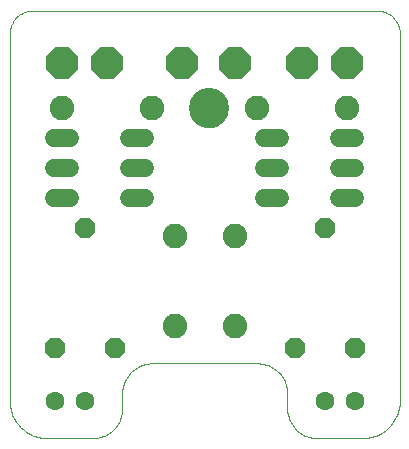
<source format=gbs>
G75*
G70*
%OFA0B0*%
%FSLAX24Y24*%
%IPPOS*%
%LPD*%
%AMOC8*
5,1,8,0,0,1.08239X$1,22.5*
%
%ADD10C,0.0000*%
%ADD11C,0.1340*%
%ADD12C,0.0600*%
%ADD13C,0.0820*%
%ADD14OC8,0.1080*%
%ADD15OC8,0.0680*%
%ADD16C,0.0631*%
D10*
X005161Y006163D02*
X006661Y006163D01*
X006721Y006165D01*
X006782Y006170D01*
X006841Y006179D01*
X006900Y006192D01*
X006959Y006208D01*
X007016Y006228D01*
X007071Y006251D01*
X007126Y006278D01*
X007178Y006307D01*
X007229Y006340D01*
X007278Y006376D01*
X007324Y006414D01*
X007368Y006456D01*
X007410Y006500D01*
X007448Y006546D01*
X007484Y006595D01*
X007517Y006646D01*
X007546Y006698D01*
X007573Y006753D01*
X007596Y006808D01*
X007616Y006865D01*
X007632Y006924D01*
X007645Y006983D01*
X007654Y007042D01*
X007659Y007103D01*
X007661Y007163D01*
X007661Y007663D01*
X007663Y007723D01*
X007668Y007784D01*
X007677Y007843D01*
X007690Y007902D01*
X007706Y007961D01*
X007726Y008018D01*
X007749Y008073D01*
X007776Y008128D01*
X007805Y008180D01*
X007838Y008231D01*
X007874Y008280D01*
X007912Y008326D01*
X007954Y008370D01*
X007998Y008412D01*
X008044Y008450D01*
X008093Y008486D01*
X008144Y008519D01*
X008196Y008548D01*
X008251Y008575D01*
X008306Y008598D01*
X008363Y008618D01*
X008422Y008634D01*
X008481Y008647D01*
X008540Y008656D01*
X008601Y008661D01*
X008661Y008663D01*
X012161Y008663D01*
X012221Y008661D01*
X012282Y008656D01*
X012341Y008647D01*
X012400Y008634D01*
X012459Y008618D01*
X012516Y008598D01*
X012571Y008575D01*
X012626Y008548D01*
X012678Y008519D01*
X012729Y008486D01*
X012778Y008450D01*
X012824Y008412D01*
X012868Y008370D01*
X012910Y008326D01*
X012948Y008280D01*
X012984Y008231D01*
X013017Y008180D01*
X013046Y008128D01*
X013073Y008073D01*
X013096Y008018D01*
X013116Y007961D01*
X013132Y007902D01*
X013145Y007843D01*
X013154Y007784D01*
X013159Y007723D01*
X013161Y007663D01*
X013161Y007163D01*
X013163Y007103D01*
X013168Y007042D01*
X013177Y006983D01*
X013190Y006924D01*
X013206Y006865D01*
X013226Y006808D01*
X013249Y006753D01*
X013276Y006698D01*
X013305Y006646D01*
X013338Y006595D01*
X013374Y006546D01*
X013412Y006500D01*
X013454Y006456D01*
X013498Y006414D01*
X013544Y006376D01*
X013593Y006340D01*
X013644Y006307D01*
X013696Y006278D01*
X013751Y006251D01*
X013806Y006228D01*
X013863Y006208D01*
X013922Y006192D01*
X013981Y006179D01*
X014040Y006170D01*
X014101Y006165D01*
X014161Y006163D01*
X015661Y006163D01*
X015729Y006165D01*
X015796Y006170D01*
X015863Y006179D01*
X015930Y006192D01*
X015995Y006209D01*
X016060Y006228D01*
X016124Y006252D01*
X016186Y006279D01*
X016247Y006309D01*
X016305Y006342D01*
X016362Y006378D01*
X016417Y006418D01*
X016470Y006460D01*
X016521Y006506D01*
X016568Y006553D01*
X016614Y006604D01*
X016656Y006657D01*
X016696Y006712D01*
X016732Y006769D01*
X016765Y006827D01*
X016795Y006888D01*
X016822Y006950D01*
X016846Y007014D01*
X016865Y007079D01*
X016882Y007144D01*
X016895Y007211D01*
X016904Y007278D01*
X016909Y007345D01*
X016911Y007413D01*
X016911Y019663D01*
X016909Y019717D01*
X016903Y019770D01*
X016894Y019822D01*
X016881Y019874D01*
X016864Y019925D01*
X016843Y019975D01*
X016819Y020022D01*
X016792Y020068D01*
X016761Y020112D01*
X016728Y020154D01*
X016691Y020193D01*
X016652Y020230D01*
X016610Y020263D01*
X016566Y020294D01*
X016520Y020321D01*
X016473Y020345D01*
X016423Y020366D01*
X016372Y020383D01*
X016320Y020396D01*
X016268Y020405D01*
X016215Y020411D01*
X016161Y020413D01*
X004661Y020413D01*
X004607Y020411D01*
X004554Y020405D01*
X004502Y020396D01*
X004450Y020383D01*
X004399Y020366D01*
X004349Y020345D01*
X004302Y020321D01*
X004256Y020294D01*
X004212Y020263D01*
X004170Y020230D01*
X004131Y020193D01*
X004094Y020154D01*
X004061Y020112D01*
X004030Y020068D01*
X004003Y020022D01*
X003979Y019975D01*
X003958Y019925D01*
X003941Y019874D01*
X003928Y019822D01*
X003919Y019770D01*
X003913Y019717D01*
X003911Y019663D01*
X003911Y007413D01*
X003913Y007345D01*
X003918Y007278D01*
X003927Y007211D01*
X003940Y007144D01*
X003957Y007079D01*
X003976Y007014D01*
X004000Y006950D01*
X004027Y006888D01*
X004057Y006827D01*
X004090Y006769D01*
X004126Y006712D01*
X004166Y006657D01*
X004208Y006604D01*
X004254Y006553D01*
X004301Y006506D01*
X004352Y006460D01*
X004405Y006418D01*
X004460Y006378D01*
X004517Y006342D01*
X004575Y006309D01*
X004636Y006279D01*
X004698Y006252D01*
X004762Y006228D01*
X004827Y006209D01*
X004892Y006192D01*
X004959Y006179D01*
X005026Y006170D01*
X005093Y006165D01*
X005161Y006163D01*
X009906Y017163D02*
X009908Y017213D01*
X009914Y017263D01*
X009924Y017312D01*
X009938Y017360D01*
X009955Y017407D01*
X009976Y017452D01*
X010001Y017496D01*
X010029Y017537D01*
X010061Y017576D01*
X010095Y017613D01*
X010132Y017647D01*
X010172Y017677D01*
X010214Y017704D01*
X010258Y017728D01*
X010304Y017749D01*
X010351Y017765D01*
X010399Y017778D01*
X010449Y017787D01*
X010498Y017792D01*
X010549Y017793D01*
X010599Y017790D01*
X010648Y017783D01*
X010697Y017772D01*
X010745Y017757D01*
X010791Y017739D01*
X010836Y017717D01*
X010879Y017691D01*
X010920Y017662D01*
X010959Y017630D01*
X010995Y017595D01*
X011027Y017557D01*
X011057Y017517D01*
X011084Y017474D01*
X011107Y017430D01*
X011126Y017384D01*
X011142Y017336D01*
X011154Y017287D01*
X011162Y017238D01*
X011166Y017188D01*
X011166Y017138D01*
X011162Y017088D01*
X011154Y017039D01*
X011142Y016990D01*
X011126Y016942D01*
X011107Y016896D01*
X011084Y016852D01*
X011057Y016809D01*
X011027Y016769D01*
X010995Y016731D01*
X010959Y016696D01*
X010920Y016664D01*
X010879Y016635D01*
X010836Y016609D01*
X010791Y016587D01*
X010745Y016569D01*
X010697Y016554D01*
X010648Y016543D01*
X010599Y016536D01*
X010549Y016533D01*
X010498Y016534D01*
X010449Y016539D01*
X010399Y016548D01*
X010351Y016561D01*
X010304Y016577D01*
X010258Y016598D01*
X010214Y016622D01*
X010172Y016649D01*
X010132Y016679D01*
X010095Y016713D01*
X010061Y016750D01*
X010029Y016789D01*
X010001Y016830D01*
X009976Y016874D01*
X009955Y016919D01*
X009938Y016966D01*
X009924Y017014D01*
X009914Y017063D01*
X009908Y017113D01*
X009906Y017163D01*
D11*
X010536Y017163D03*
D12*
X012401Y016163D02*
X012921Y016163D01*
X012921Y015163D02*
X012401Y015163D01*
X012401Y014163D02*
X012921Y014163D01*
X014901Y014163D02*
X015421Y014163D01*
X015421Y015163D02*
X014901Y015163D01*
X014901Y016163D02*
X015421Y016163D01*
X008421Y016163D02*
X007901Y016163D01*
X007901Y015163D02*
X008421Y015163D01*
X008421Y014163D02*
X007901Y014163D01*
X005921Y014163D02*
X005401Y014163D01*
X005401Y015163D02*
X005921Y015163D01*
X005921Y016163D02*
X005401Y016163D01*
D13*
X005661Y017163D03*
X008661Y017163D03*
X012161Y017163D03*
X015161Y017163D03*
X011411Y012913D03*
X009411Y012913D03*
X009411Y009913D03*
X011411Y009913D03*
D14*
X011411Y018663D03*
X009661Y018663D03*
X007161Y018663D03*
X005661Y018663D03*
X013661Y018663D03*
X015161Y018663D03*
D15*
X014411Y013163D03*
X015411Y009163D03*
X013411Y009163D03*
X007411Y009163D03*
X005411Y009163D03*
X006411Y013163D03*
D16*
X006411Y007413D03*
X005411Y007413D03*
X014411Y007413D03*
X015411Y007413D03*
M02*

</source>
